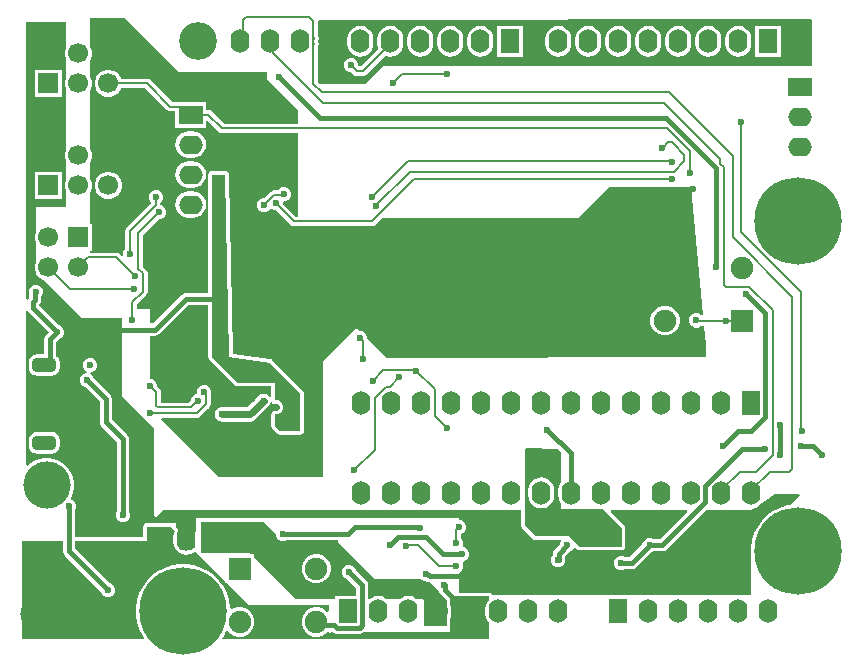
<source format=gbl>
G04*
G04 #@! TF.GenerationSoftware,Altium Limited,Altium Designer,22.11.1 (43)*
G04*
G04 Layer_Physical_Order=2*
G04 Layer_Color=16711680*
%FSLAX44Y44*%
%MOMM*%
G71*
G04*
G04 #@! TF.SameCoordinates,2AA7A9AF-3E7F-4844-AC60-F76D4B8FDDD6*
G04*
G04*
G04 #@! TF.FilePolarity,Positive*
G04*
G01*
G75*
%ADD10C,0.2000*%
%ADD12C,0.4000*%
%ADD14C,0.2540*%
%ADD58C,1.9000*%
%ADD59R,1.9000X1.9000*%
%ADD72C,0.6000*%
%ADD74C,3.2000*%
%ADD75C,1.7000*%
%ADD76R,1.7000X1.7000*%
%ADD77O,1.6000X2.0000*%
%ADD78R,1.6000X2.0000*%
%ADD79R,2.0000X1.6000*%
%ADD80O,2.0000X1.6000*%
%ADD81C,4.0000*%
%ADD82C,7.4000*%
G04:AMPARAMS|DCode=83|XSize=2mm|YSize=1.2mm|CornerRadius=0.36mm|HoleSize=0mm|Usage=FLASHONLY|Rotation=0.000|XOffset=0mm|YOffset=0mm|HoleType=Round|Shape=RoundedRectangle|*
%AMROUNDEDRECTD83*
21,1,2.0000,0.4800,0,0,0.0*
21,1,1.2800,1.2000,0,0,0.0*
1,1,0.7200,0.6400,-0.2400*
1,1,0.7200,-0.6400,-0.2400*
1,1,0.7200,-0.6400,0.2400*
1,1,0.7200,0.6400,0.2400*
%
%ADD83ROUNDEDRECTD83*%
%ADD84C,0.6000*%
G36*
X672000Y526101D02*
Y487000D01*
X309000D01*
X294000Y472000D01*
X255768D01*
X254078Y473689D01*
Y503659D01*
X254269Y504739D01*
X254291Y504865D01*
X254384Y506000D01*
X254384D01*
X254359Y506123D01*
X254108Y507384D01*
Y508616D01*
X254384Y510000D01*
X254384D01*
X254291Y511135D01*
D01*
X254274Y511225D01*
X254078Y512206D01*
Y524700D01*
X254078Y524700D01*
X254072Y524730D01*
X254806Y526000D01*
X257000D01*
X671101Y526998D01*
X672000Y526101D01*
D02*
G37*
G36*
X136000Y482000D02*
X211000D01*
Y476000D01*
X237000Y450000D01*
Y438418D01*
X174409D01*
X163944Y448884D01*
X162621Y449768D01*
X161060Y450078D01*
X161060Y450078D01*
X159000D01*
Y457000D01*
X133000D01*
Y456808D01*
X130619D01*
X112104Y475324D01*
X110781Y476208D01*
X109220Y476518D01*
X109220Y476518D01*
X87013D01*
X86916Y476879D01*
X85402Y479501D01*
X83261Y481642D01*
X80639Y483156D01*
X77714Y483940D01*
X74686D01*
X71761Y483156D01*
X69139Y481642D01*
X66998Y479501D01*
X65484Y476879D01*
X64700Y473954D01*
Y470926D01*
X65484Y468001D01*
X66998Y465379D01*
X69139Y463238D01*
X71761Y461724D01*
X74686Y460940D01*
X77714D01*
X80639Y461724D01*
X83261Y463238D01*
X85402Y465379D01*
X86916Y468001D01*
X87013Y468362D01*
X107531D01*
X126046Y449846D01*
X127369Y448962D01*
X128930Y448652D01*
X133000D01*
Y435000D01*
X159000D01*
Y440496D01*
X160270Y441022D01*
X169836Y431456D01*
X169836Y431456D01*
X171159Y430572D01*
X172720Y430262D01*
X172720Y430262D01*
X237000D01*
Y359678D01*
X235369D01*
X224468Y370579D01*
Y372005D01*
X224773Y372460D01*
X225932D01*
X228137Y373373D01*
X229825Y375061D01*
X230739Y377267D01*
Y379654D01*
X229825Y381859D01*
X228137Y383547D01*
X225932Y384460D01*
X223545D01*
X221340Y383547D01*
X219792Y381998D01*
X216710D01*
X215149Y381688D01*
X213826Y380804D01*
X213826Y380804D01*
X208512Y375490D01*
X207087D01*
X204881Y374576D01*
X203193Y372889D01*
X202280Y370684D01*
Y368297D01*
X203193Y366091D01*
X204881Y364403D01*
X207087Y363490D01*
X209473D01*
X211679Y364403D01*
X213367Y366091D01*
X214482Y366313D01*
X215070Y365725D01*
X217275Y364812D01*
X218701D01*
X230796Y352716D01*
X230796Y352716D01*
X232119Y351832D01*
X233680Y351522D01*
X233680Y351522D01*
X299720D01*
X299720Y351522D01*
X301281Y351832D01*
X302604Y352716D01*
X307888Y358000D01*
X474000D01*
X501000Y385000D01*
X570000D01*
X579731Y276336D01*
X579576Y276166D01*
X578171Y276004D01*
X577449Y276726D01*
X575243Y277640D01*
X572856D01*
X570651Y276726D01*
X568964Y275039D01*
X568050Y272833D01*
Y270446D01*
X568964Y268241D01*
X570651Y266553D01*
X572856Y265640D01*
X575243D01*
X577449Y266553D01*
X578137Y267242D01*
X580546D01*
X582000Y251000D01*
Y241000D01*
X312000Y240000D01*
X295560Y256440D01*
Y257733D01*
X294647Y259939D01*
X292959Y261627D01*
X290753Y262540D01*
X289460D01*
X286500Y265500D01*
X258000Y237000D01*
Y139000D01*
X170000D01*
X121212Y187788D01*
X121698Y188962D01*
X151053D01*
X151053Y188962D01*
X152613Y189272D01*
X153937Y190156D01*
X160254Y196473D01*
X160254Y196474D01*
X160336Y196596D01*
X161686Y197946D01*
X161686Y197946D01*
X162570Y199270D01*
X162880Y200830D01*
X162880Y200830D01*
Y208179D01*
X163480Y209627D01*
Y212013D01*
X162567Y214219D01*
X160879Y215907D01*
X158673Y216820D01*
X156286D01*
X154081Y215907D01*
X152393Y214219D01*
X151480Y212013D01*
Y209627D01*
X150371Y208986D01*
X149133Y208473D01*
X147446Y206785D01*
X146532Y204580D01*
Y204048D01*
X144682Y202198D01*
X120918D01*
Y210820D01*
X120918Y210820D01*
X120608Y212381D01*
X119724Y213704D01*
X119724Y213704D01*
X117760Y215668D01*
Y217094D01*
X116847Y219299D01*
X115159Y220987D01*
X112954Y221900D01*
X112000D01*
Y258902D01*
X116000D01*
X117951Y259290D01*
X119605Y260395D01*
X144129Y284919D01*
X160941D01*
Y241000D01*
X161174Y239829D01*
X161837Y238837D01*
X183837Y216837D01*
X184830Y216174D01*
X186000Y215941D01*
X186000Y215941D01*
X214271D01*
Y207877D01*
X213009Y207107D01*
X212857Y207169D01*
X212430Y207595D01*
X212096Y208096D01*
X211595Y208431D01*
X211169Y208857D01*
X210612Y209087D01*
X210111Y209422D01*
X209520Y209539D01*
X208964Y209770D01*
X208361D01*
X207770Y209888D01*
X207179Y209770D01*
X206576D01*
X206020Y209539D01*
X205429Y209422D01*
X204928Y209087D01*
X204371Y208857D01*
X203945Y208431D01*
X203444Y208096D01*
X193690Y198341D01*
X172347D01*
X171756Y198224D01*
X171154D01*
X170597Y197993D01*
X170006Y197876D01*
X169505Y197541D01*
X168948Y197310D01*
X168522Y196884D01*
X168021Y196549D01*
X167687Y196049D01*
X167260Y195623D01*
X167030Y195066D01*
X166695Y194565D01*
X166578Y193974D01*
X166347Y193417D01*
Y192815D01*
X166229Y192224D01*
X166347Y191633D01*
Y191030D01*
X166578Y190474D01*
X166695Y189883D01*
X167030Y189382D01*
X167260Y188825D01*
X167687Y188399D01*
X168021Y187898D01*
X168522Y187563D01*
X168948Y187137D01*
X169505Y186907D01*
X170006Y186572D01*
X170597Y186454D01*
X171154Y186224D01*
X171756D01*
X172347Y186106D01*
X196224D01*
X198565Y186572D01*
X200550Y187898D01*
X212096Y199444D01*
X212430Y199945D01*
X212857Y200371D01*
X213087Y200928D01*
X213422Y201429D01*
X213540Y202020D01*
X213562Y202074D01*
X214943Y202292D01*
X215167Y201957D01*
X216159Y201294D01*
X217330Y201061D01*
X219025D01*
X220106Y200613D01*
X220933Y199786D01*
X221381Y198705D01*
Y197535D01*
X220933Y196454D01*
X220106Y195627D01*
X219025Y195179D01*
X217330D01*
X216159Y194946D01*
X215167Y194283D01*
X214504Y193291D01*
X214271Y192120D01*
Y182670D01*
X214504Y181500D01*
X215167Y180507D01*
X215167Y180507D01*
X219837Y175837D01*
X220830Y175174D01*
X222000Y174941D01*
X222000Y174941D01*
X239000D01*
X240170Y175174D01*
X241163Y175837D01*
X241826Y176829D01*
X242059Y178000D01*
Y210000D01*
X242059Y210000D01*
X241826Y211171D01*
X241163Y212163D01*
X215123Y238203D01*
X214798Y238420D01*
X214506Y238680D01*
X214306Y238749D01*
X214130Y238866D01*
X213747Y238942D01*
X213378Y239070D01*
X181483Y243469D01*
X178549Y395059D01*
X178427Y395613D01*
X178316Y396171D01*
X178300Y396196D01*
X178293Y396225D01*
X177969Y396690D01*
X177653Y397163D01*
X177628Y397180D01*
X177611Y397204D01*
X177133Y397510D01*
X176661Y397826D01*
X176631Y397832D01*
X176606Y397848D01*
X176047Y397948D01*
X175490Y398059D01*
X164000D01*
X162829Y397826D01*
X161837Y397163D01*
X161174Y396171D01*
X160941Y395000D01*
X160941Y295115D01*
X142017D01*
X140066Y294727D01*
X138412Y293622D01*
X113888Y269098D01*
X112000D01*
Y281000D01*
X100598D01*
Y285331D01*
X108434Y293166D01*
X108434Y293166D01*
X109318Y294489D01*
X109628Y296050D01*
Y311640D01*
X109628Y311640D01*
X109318Y313201D01*
X108434Y314524D01*
X108434Y314524D01*
X105678Y317280D01*
Y343751D01*
X119148Y357220D01*
X120574D01*
X122779Y358133D01*
X124467Y359821D01*
X125380Y362026D01*
Y364413D01*
X124467Y366619D01*
X122779Y368307D01*
X120574Y369220D01*
X120481D01*
Y371076D01*
X121927Y372521D01*
X122840Y374726D01*
Y377113D01*
X121927Y379319D01*
X120239Y381007D01*
X118034Y381920D01*
X115646D01*
X113441Y381007D01*
X111753Y379319D01*
X110840Y377113D01*
Y374726D01*
X111753Y372521D01*
X112240Y372034D01*
Y370715D01*
X91911Y350385D01*
X91026Y349062D01*
X90716Y347501D01*
X90716Y347501D01*
Y332517D01*
X89708Y331509D01*
X88794Y329304D01*
Y327093D01*
X88326Y326738D01*
X87621Y326470D01*
X86087Y328004D01*
X84764Y328888D01*
X83203Y329198D01*
X83203Y329198D01*
X61000D01*
Y330500D01*
X62300D01*
Y353500D01*
X61000D01*
Y380747D01*
X61516Y381641D01*
X62300Y384566D01*
Y387594D01*
X61516Y390519D01*
X61000Y391413D01*
Y406147D01*
X61516Y407041D01*
X62300Y409966D01*
Y412994D01*
X61516Y415919D01*
X61000Y416813D01*
Y467107D01*
X61516Y468001D01*
X62300Y470926D01*
Y473954D01*
X61516Y476879D01*
X61000Y477773D01*
Y492507D01*
X61516Y493401D01*
X62300Y496326D01*
Y499354D01*
X61516Y502279D01*
X61000Y503173D01*
Y528000D01*
X90000D01*
X136000Y482000D01*
D02*
G37*
G36*
X40760Y523000D02*
Y503450D01*
X40084Y502279D01*
X39300Y499354D01*
Y496326D01*
X40084Y493401D01*
X40760Y492230D01*
Y478050D01*
X40084Y476879D01*
X39300Y473954D01*
Y470926D01*
X40084Y468001D01*
X40760Y466830D01*
Y417090D01*
X40084Y415919D01*
X39300Y412994D01*
Y409966D01*
X40084Y407041D01*
X40760Y405870D01*
Y391690D01*
X40084Y390519D01*
X39300Y387594D01*
Y384566D01*
X40084Y381641D01*
X40760Y380470D01*
Y368000D01*
X14760D01*
Y346571D01*
X14684Y346439D01*
X13900Y343514D01*
Y340486D01*
X14684Y337561D01*
X14760Y337429D01*
Y321171D01*
X14684Y321039D01*
X13900Y318114D01*
Y315086D01*
X14684Y312161D01*
X16198Y309539D01*
X18339Y307398D01*
X20961Y305884D01*
X22211Y305549D01*
X53760Y274000D01*
X87760D01*
Y208000D01*
X114760Y181000D01*
Y107000D01*
X116760Y105000D01*
X122760Y111000D01*
X425941D01*
Y98000D01*
X426174Y96829D01*
X426837Y95837D01*
X426837Y95837D01*
X435837Y86837D01*
X436829Y86174D01*
X438000Y85941D01*
X438000Y85941D01*
X459337D01*
X459823Y84768D01*
X459733Y84679D01*
X458831Y82501D01*
X454257Y77927D01*
X453152Y76273D01*
X452764Y74322D01*
Y72629D01*
X452113Y71979D01*
X451200Y69774D01*
Y67386D01*
X452113Y65181D01*
X453801Y63493D01*
X456007Y62580D01*
X458394D01*
X460599Y63493D01*
X462287Y65181D01*
X463200Y67386D01*
Y69774D01*
X462960Y70353D01*
Y72210D01*
X466041Y75291D01*
X468219Y76193D01*
X469907Y77881D01*
X470315Y78866D01*
X471560Y79114D01*
X472837Y77837D01*
X473829Y77174D01*
X475000Y76941D01*
X475000Y76941D01*
X511000D01*
X512170Y77174D01*
X513163Y77837D01*
X513826Y78829D01*
X514059Y80000D01*
Y96216D01*
X514059Y96216D01*
X513826Y97387D01*
X513163Y98379D01*
X501716Y109827D01*
X502202Y111000D01*
X566131D01*
X566617Y109827D01*
X543168Y86378D01*
X537911D01*
X535733Y87280D01*
X533346D01*
X531141Y86367D01*
X529453Y84679D01*
X528551Y82501D01*
X517188Y71138D01*
X513911D01*
X511734Y72040D01*
X509347D01*
X507141Y71127D01*
X505453Y69439D01*
X504540Y67234D01*
Y64847D01*
X505453Y62641D01*
X507141Y60953D01*
X509347Y60040D01*
X511734D01*
X513911Y60942D01*
X519300D01*
X521251Y61330D01*
X522905Y62435D01*
X535761Y75291D01*
X537911Y76182D01*
X545280D01*
X547231Y76570D01*
X548885Y77675D01*
X582210Y111000D01*
X620760D01*
X623802Y113129D01*
X626198Y114122D01*
X628495Y115885D01*
X629374Y117029D01*
X640760Y125000D01*
X661065D01*
X661573Y123836D01*
X654030Y115690D01*
X651033Y115215D01*
X645045Y113270D01*
X639435Y110411D01*
X634342Y106710D01*
X629890Y102258D01*
X626189Y97165D01*
X623330Y91555D01*
X621385Y85567D01*
X620400Y79348D01*
Y73052D01*
X620760Y70778D01*
Y39000D01*
X401860D01*
X401826Y39170D01*
X401163Y40163D01*
X400171Y40826D01*
X399000Y41059D01*
X373000D01*
Y58071D01*
X374286Y58603D01*
X375974Y60291D01*
X376887Y62497D01*
Y64883D01*
X376263Y66390D01*
X377062Y67660D01*
X377113D01*
X379319Y68573D01*
X381007Y70261D01*
X381920Y72467D01*
Y74854D01*
X381007Y77059D01*
X379319Y78747D01*
X377287Y79588D01*
X376898Y79941D01*
X376380Y80716D01*
X376840Y81826D01*
Y84213D01*
X375927Y86419D01*
X374918Y87427D01*
Y90663D01*
X376779Y91433D01*
X378467Y93121D01*
X379380Y95326D01*
Y97713D01*
X378467Y99919D01*
X376779Y101607D01*
X374574Y102520D01*
X373000D01*
Y104000D01*
X208296D01*
X208000Y104059D01*
X208000Y104059D01*
X155000D01*
X154705Y104000D01*
X150760D01*
X150047Y80548D01*
X149746Y79313D01*
X149353Y79235D01*
X148954Y79209D01*
X148773Y79120D01*
X148575Y79080D01*
X148243Y78858D01*
X147884Y78681D01*
X146405Y77547D01*
X139087Y77071D01*
X138235Y77423D01*
X136576Y78696D01*
X135760Y79760D01*
Y85000D01*
X134204Y86556D01*
Y88160D01*
X134503Y90433D01*
X135300Y92356D01*
X135532Y93526D01*
X135300Y94697D01*
X134636Y95689D01*
X133760Y96566D01*
Y100000D01*
X129295D01*
X129000Y100059D01*
X129000Y100059D01*
X109000Y100059D01*
X107830Y99826D01*
X106837Y99163D01*
X106174Y98170D01*
X105941Y97000D01*
Y89850D01*
X105745Y88360D01*
Y88059D01*
X48278D01*
Y110929D01*
X49180Y113106D01*
Y115493D01*
X48267Y117699D01*
X46579Y119387D01*
X45155Y119976D01*
X44879Y120380D01*
X44539Y121458D01*
X44545Y121499D01*
X46116Y125291D01*
X47000Y129735D01*
Y134265D01*
X46116Y138709D01*
X44382Y142895D01*
X41865Y146662D01*
X38662Y149865D01*
X34895Y152382D01*
X30709Y154116D01*
X26265Y155000D01*
X21735D01*
X17291Y154116D01*
X13105Y152382D01*
X9338Y149865D01*
X7933Y148460D01*
X6760Y148946D01*
Y279491D01*
X7936Y279946D01*
X8030Y279929D01*
X9095Y278335D01*
X25810Y261620D01*
X23520Y259330D01*
X22415Y257676D01*
X22027Y255725D01*
Y243057D01*
X15595D01*
X13872Y242830D01*
X12266Y242165D01*
X10888Y241107D01*
X9830Y239729D01*
X9165Y238123D01*
X8938Y236400D01*
Y231600D01*
X9165Y229877D01*
X9830Y228272D01*
X10888Y226893D01*
X12266Y225835D01*
X13872Y225170D01*
X15595Y224943D01*
X28395D01*
X30118Y225170D01*
X31723Y225835D01*
X33102Y226893D01*
X34160Y228272D01*
X34825Y229877D01*
X35052Y231600D01*
Y236400D01*
X34825Y238123D01*
X34160Y239729D01*
X33102Y241107D01*
X32223Y241782D01*
Y253613D01*
X34241Y255631D01*
X36419Y256533D01*
X38107Y258221D01*
X39020Y260427D01*
Y262813D01*
X38107Y265019D01*
X36419Y266707D01*
X34241Y267609D01*
X17798Y284052D01*
Y285240D01*
X18143Y285585D01*
X19248Y287239D01*
X19636Y289190D01*
Y292151D01*
X20087Y292601D01*
X21000Y294806D01*
Y297194D01*
X20087Y299399D01*
X18399Y301087D01*
X16193Y302000D01*
X13807D01*
X11601Y301087D01*
X9913Y299399D01*
X9000Y297194D01*
Y294806D01*
X9440Y293744D01*
Y291302D01*
X9095Y290957D01*
X8030Y289363D01*
X7936Y289346D01*
X6760Y289801D01*
Y524000D01*
X40346D01*
X40760Y523000D01*
D02*
G37*
G36*
X178475Y240797D02*
X212960Y236040D01*
X239000Y210000D01*
Y178000D01*
X222000D01*
X217330Y182670D01*
Y192120D01*
X219634D01*
X221839Y193033D01*
X223527Y194721D01*
X224440Y196926D01*
Y199314D01*
X223527Y201519D01*
X221839Y203207D01*
X219634Y204120D01*
X217330D01*
Y219000D01*
X186000D01*
X164000Y241000D01*
X164000Y395000D01*
X175490D01*
X178475Y240797D01*
D02*
G37*
G36*
X457000Y163000D02*
X460000Y160000D01*
Y135048D01*
X458642Y133278D01*
X457533Y130602D01*
X457155Y127730D01*
Y123730D01*
X457533Y120858D01*
X458642Y118182D01*
X460000Y116412D01*
Y112000D01*
X495216D01*
X511000Y96216D01*
Y80000D01*
X475000D01*
X466000Y89000D01*
X438000D01*
X429000Y98000D01*
Y162222D01*
X430140Y163472D01*
X457000Y163000D01*
D02*
G37*
G36*
X129000Y97000D02*
X132474Y93526D01*
X131523Y91232D01*
X131145Y88360D01*
Y84360D01*
X131523Y81488D01*
X132632Y78812D01*
X134395Y76515D01*
X136692Y74752D01*
X139368Y73643D01*
X142240Y73265D01*
X145112Y73643D01*
X147788Y74752D01*
X149746Y76254D01*
X175000Y51000D01*
Y49000D01*
X177000D01*
X195000Y31000D01*
X263000Y31000D01*
Y25474D01*
X261730Y24948D01*
X260175Y26502D01*
X257325Y28148D01*
X254146Y29000D01*
X250854D01*
X247675Y28148D01*
X244825Y26502D01*
X242498Y24175D01*
X240852Y21325D01*
X240000Y18146D01*
Y14854D01*
X240852Y11675D01*
X242498Y8825D01*
X244825Y6497D01*
X247675Y4852D01*
X250854Y4000D01*
X254146D01*
X257325Y4852D01*
X260175Y6497D01*
X261730Y8052D01*
X263000Y7526D01*
Y6000D01*
X265000Y8000D01*
X265934D01*
X266138Y7795D01*
X267792Y6690D01*
X269743Y6302D01*
X289057D01*
X291008Y6690D01*
X292662Y7795D01*
X292866Y8000D01*
X366000D01*
Y19763D01*
X366317Y20528D01*
X366695Y23400D01*
Y27400D01*
X366317Y30272D01*
X366000Y31037D01*
Y37044D01*
X366758Y38000D01*
X399000D01*
Y35587D01*
X398555Y35245D01*
X396791Y32947D01*
X395683Y30272D01*
X395305Y27400D01*
Y23400D01*
X395683Y20528D01*
X396791Y17852D01*
X398555Y15555D01*
X399000Y15213D01*
Y2000D01*
X173540D01*
X172964Y3132D01*
X173911Y4435D01*
X176093Y8718D01*
X177493Y8824D01*
X177547Y8775D01*
X179825Y6497D01*
X182675Y4852D01*
X185854Y4000D01*
X189146D01*
X192325Y4852D01*
X195175Y6497D01*
X197502Y8825D01*
X199148Y11675D01*
X200000Y14854D01*
Y18146D01*
X199148Y21325D01*
X197502Y24175D01*
X195175Y26502D01*
X192325Y28148D01*
X189146Y29000D01*
X185854D01*
X182675Y28148D01*
X180970Y27164D01*
X179700Y27897D01*
Y28548D01*
X178715Y34767D01*
X176770Y40755D01*
X173911Y46365D01*
X170210Y51458D01*
X165758Y55910D01*
X160665Y59611D01*
X155055Y62470D01*
X149067Y64415D01*
X142848Y65400D01*
X136552D01*
X130333Y64415D01*
X124345Y62470D01*
X118735Y59611D01*
X113642Y55910D01*
X109190Y51458D01*
X105489Y46365D01*
X102631Y40755D01*
X100685Y34767D01*
X99700Y28548D01*
Y22252D01*
X100685Y16033D01*
X102631Y10045D01*
X105489Y4435D01*
X106436Y3132D01*
X105860Y2000D01*
X3000D01*
Y85000D01*
X38082D01*
Y76200D01*
X38470Y74249D01*
X39575Y72595D01*
X70211Y41959D01*
X71113Y39781D01*
X72801Y38093D01*
X75006Y37180D01*
X77393D01*
X79599Y38093D01*
X81287Y39781D01*
X82200Y41986D01*
Y44373D01*
X81287Y46579D01*
X79599Y48267D01*
X77421Y49169D01*
X48278Y78312D01*
Y85000D01*
X109000D01*
Y97000D01*
X129000Y97000D01*
D02*
G37*
G36*
X218000Y91000D02*
Y89806D01*
X218913Y87601D01*
X220601Y85913D01*
X222806Y85000D01*
X225194D01*
X227371Y85902D01*
X271000D01*
Y84000D01*
X302000Y53000D01*
X341375D01*
X342041Y52333D01*
X344246Y51420D01*
X344772D01*
X344796Y51395D01*
X346450Y50290D01*
X348401Y49902D01*
X349098D01*
X356129Y42871D01*
X356353Y41744D01*
X357458Y40090D01*
X362941Y34607D01*
Y31037D01*
X363174Y29866D01*
X363337Y29473D01*
X363636Y27199D01*
Y23600D01*
X363337Y21327D01*
X363174Y20934D01*
X362941Y19763D01*
Y13000D01*
X344000D01*
Y35000D01*
X343000Y36000D01*
X337062D01*
X335747Y37009D01*
X333072Y38117D01*
X330200Y38495D01*
X327328Y38117D01*
X324652Y37009D01*
X323338Y36000D01*
X311662D01*
X310347Y37009D01*
X307672Y38117D01*
X304800Y38495D01*
X301928Y38117D01*
X299252Y37009D01*
X297938Y36000D01*
X296498D01*
Y47600D01*
X296110Y49551D01*
X295005Y51205D01*
X285989Y60221D01*
X285087Y62399D01*
X283399Y64087D01*
X281194Y65000D01*
X278806D01*
X276601Y64087D01*
X274913Y62399D01*
X274000Y60194D01*
Y57807D01*
X274913Y55601D01*
X276601Y53913D01*
X278779Y53011D01*
X286302Y45488D01*
Y38400D01*
X268400D01*
Y36000D01*
X235000D01*
X200000Y71000D01*
Y74000D01*
X197000D01*
X196000Y75000D01*
X155326D01*
X155000Y75326D01*
Y101000D01*
X208000D01*
X218000Y91000D01*
D02*
G37*
%LPC*%
G36*
X646000Y521000D02*
X624000D01*
Y495000D01*
X646000D01*
Y521000D01*
D02*
G37*
G36*
X427560D02*
X405560D01*
Y495000D01*
X427560D01*
Y521000D01*
D02*
G37*
G36*
X609600Y521095D02*
X606728Y520717D01*
X604053Y519608D01*
X601755Y517845D01*
X599991Y515547D01*
X598883Y512872D01*
X598505Y510000D01*
Y506000D01*
X598883Y503128D01*
X599991Y500452D01*
X601755Y498155D01*
X604053Y496391D01*
X606728Y495283D01*
X609600Y494905D01*
X612472Y495283D01*
X615148Y496391D01*
X617445Y498155D01*
X619208Y500452D01*
X620317Y503128D01*
X620695Y506000D01*
Y510000D01*
X620317Y512872D01*
X619208Y515547D01*
X617445Y517845D01*
X615148Y519608D01*
X612472Y520717D01*
X609600Y521095D01*
D02*
G37*
G36*
X584200D02*
X581328Y520717D01*
X578652Y519608D01*
X576355Y517845D01*
X574591Y515547D01*
X573483Y512872D01*
X573105Y510000D01*
Y506000D01*
X573483Y503128D01*
X574591Y500452D01*
X576355Y498155D01*
X578652Y496391D01*
X581328Y495283D01*
X584200Y494905D01*
X587072Y495283D01*
X589748Y496391D01*
X592045Y498155D01*
X593809Y500452D01*
X594917Y503128D01*
X595295Y506000D01*
Y510000D01*
X594917Y512872D01*
X593809Y515547D01*
X592045Y517845D01*
X589748Y519608D01*
X587072Y520717D01*
X584200Y521095D01*
D02*
G37*
G36*
X558800D02*
X555928Y520717D01*
X553252Y519608D01*
X550955Y517845D01*
X549192Y515547D01*
X548083Y512872D01*
X547705Y510000D01*
Y506000D01*
X548083Y503128D01*
X549192Y500452D01*
X550955Y498155D01*
X553252Y496391D01*
X555928Y495283D01*
X558800Y494905D01*
X561672Y495283D01*
X564347Y496391D01*
X566645Y498155D01*
X568409Y500452D01*
X569517Y503128D01*
X569895Y506000D01*
Y510000D01*
X569517Y512872D01*
X568409Y515547D01*
X566645Y517845D01*
X564347Y519608D01*
X561672Y520717D01*
X558800Y521095D01*
D02*
G37*
G36*
X533400D02*
X530528Y520717D01*
X527853Y519608D01*
X525555Y517845D01*
X523792Y515547D01*
X522683Y512872D01*
X522305Y510000D01*
Y506000D01*
X522683Y503128D01*
X523792Y500452D01*
X525555Y498155D01*
X527853Y496391D01*
X530528Y495283D01*
X533400Y494905D01*
X536272Y495283D01*
X538947Y496391D01*
X541245Y498155D01*
X543008Y500452D01*
X544117Y503128D01*
X544495Y506000D01*
Y510000D01*
X544117Y512872D01*
X543008Y515547D01*
X541245Y517845D01*
X538947Y519608D01*
X536272Y520717D01*
X533400Y521095D01*
D02*
G37*
G36*
X508000D02*
X505128Y520717D01*
X502453Y519608D01*
X500155Y517845D01*
X498391Y515547D01*
X497283Y512872D01*
X496905Y510000D01*
Y506000D01*
X497283Y503128D01*
X498391Y500452D01*
X500155Y498155D01*
X502453Y496391D01*
X505128Y495283D01*
X508000Y494905D01*
X510872Y495283D01*
X513548Y496391D01*
X515845Y498155D01*
X517608Y500452D01*
X518717Y503128D01*
X519095Y506000D01*
Y510000D01*
X518717Y512872D01*
X517608Y515547D01*
X515845Y517845D01*
X513548Y519608D01*
X510872Y520717D01*
X508000Y521095D01*
D02*
G37*
G36*
X482600D02*
X479728Y520717D01*
X477052Y519608D01*
X474755Y517845D01*
X472991Y515547D01*
X471883Y512872D01*
X471505Y510000D01*
Y506000D01*
X471883Y503128D01*
X472991Y500452D01*
X474755Y498155D01*
X477052Y496391D01*
X479728Y495283D01*
X482600Y494905D01*
X485472Y495283D01*
X488148Y496391D01*
X490445Y498155D01*
X492209Y500452D01*
X493317Y503128D01*
X493695Y506000D01*
Y510000D01*
X493317Y512872D01*
X492209Y515547D01*
X490445Y517845D01*
X488148Y519608D01*
X485472Y520717D01*
X482600Y521095D01*
D02*
G37*
G36*
X457200D02*
X454328Y520717D01*
X451652Y519608D01*
X449355Y517845D01*
X447592Y515547D01*
X446483Y512872D01*
X446105Y510000D01*
Y506000D01*
X446483Y503128D01*
X447592Y500452D01*
X449355Y498155D01*
X451652Y496391D01*
X454328Y495283D01*
X457200Y494905D01*
X460072Y495283D01*
X462747Y496391D01*
X465045Y498155D01*
X466809Y500452D01*
X467917Y503128D01*
X468295Y506000D01*
Y510000D01*
X467917Y512872D01*
X466809Y515547D01*
X465045Y517845D01*
X462747Y519608D01*
X460072Y520717D01*
X457200Y521095D01*
D02*
G37*
G36*
X391160D02*
X388288Y520717D01*
X385612Y519608D01*
X383315Y517845D01*
X381552Y515547D01*
X380443Y512872D01*
X380065Y510000D01*
Y506000D01*
X380443Y503128D01*
X381552Y500452D01*
X383315Y498155D01*
X385612Y496391D01*
X388288Y495283D01*
X391160Y494905D01*
X394032Y495283D01*
X396707Y496391D01*
X399005Y498155D01*
X400769Y500452D01*
X401877Y503128D01*
X402255Y506000D01*
Y510000D01*
X401877Y512872D01*
X400769Y515547D01*
X399005Y517845D01*
X396707Y519608D01*
X394032Y520717D01*
X391160Y521095D01*
D02*
G37*
G36*
X365760D02*
X362888Y520717D01*
X360213Y519608D01*
X357915Y517845D01*
X356152Y515547D01*
X355043Y512872D01*
X354665Y510000D01*
Y506000D01*
X355043Y503128D01*
X356152Y500452D01*
X357915Y498155D01*
X360213Y496391D01*
X362888Y495283D01*
X365760Y494905D01*
X368632Y495283D01*
X371307Y496391D01*
X373605Y498155D01*
X375368Y500452D01*
X376477Y503128D01*
X376855Y506000D01*
Y510000D01*
X376477Y512872D01*
X375368Y515547D01*
X373605Y517845D01*
X371307Y519608D01*
X368632Y520717D01*
X365760Y521095D01*
D02*
G37*
G36*
X340360D02*
X337488Y520717D01*
X334813Y519608D01*
X332515Y517845D01*
X330751Y515547D01*
X329643Y512872D01*
X329265Y510000D01*
Y506000D01*
X329643Y503128D01*
X330751Y500452D01*
X332515Y498155D01*
X334813Y496391D01*
X337488Y495283D01*
X340360Y494905D01*
X343232Y495283D01*
X345908Y496391D01*
X348205Y498155D01*
X349968Y500452D01*
X351077Y503128D01*
X351455Y506000D01*
Y510000D01*
X351077Y512872D01*
X349968Y515547D01*
X348205Y517845D01*
X345908Y519608D01*
X343232Y520717D01*
X340360Y521095D01*
D02*
G37*
G36*
X314960D02*
X312088Y520717D01*
X309412Y519608D01*
X307115Y517845D01*
X305352Y515547D01*
X304243Y512872D01*
X303865Y510000D01*
Y506000D01*
X304243Y503128D01*
X304852Y501659D01*
X289947Y486755D01*
X288633D01*
X287940Y487448D01*
Y488873D01*
X287027Y491079D01*
X285339Y492767D01*
X283134Y493680D01*
X280746D01*
X278541Y492767D01*
X276853Y491079D01*
X275940Y488873D01*
Y486487D01*
X276853Y484281D01*
X278541Y482593D01*
X280746Y481680D01*
X282172D01*
X284136Y479716D01*
X284136Y479716D01*
X285459Y478832D01*
X287020Y478522D01*
X287020Y478522D01*
X291560D01*
X291560Y478522D01*
X293121Y478832D01*
X294444Y479716D01*
X310619Y495892D01*
X312088Y495283D01*
X314960Y494905D01*
X317832Y495283D01*
X320508Y496391D01*
X322805Y498155D01*
X324568Y500452D01*
X325677Y503128D01*
X326055Y506000D01*
Y510000D01*
X325677Y512872D01*
X324568Y515547D01*
X322805Y517845D01*
X320508Y519608D01*
X317832Y520717D01*
X314960Y521095D01*
D02*
G37*
G36*
X289560D02*
X286688Y520717D01*
X284013Y519608D01*
X281715Y517845D01*
X279951Y515547D01*
X278843Y512872D01*
X278465Y510000D01*
Y506000D01*
X278843Y503128D01*
X279951Y500452D01*
X281715Y498155D01*
X284013Y496391D01*
X286688Y495283D01*
X289560Y494905D01*
X292432Y495283D01*
X295107Y496391D01*
X297405Y498155D01*
X299168Y500452D01*
X300277Y503128D01*
X300655Y506000D01*
Y510000D01*
X300277Y512872D01*
X299168Y515547D01*
X297405Y517845D01*
X295107Y519608D01*
X292432Y520717D01*
X289560Y521095D01*
D02*
G37*
G36*
X148000Y431695D02*
X144000D01*
X141128Y431317D01*
X138453Y430209D01*
X136155Y428445D01*
X134391Y426147D01*
X133283Y423472D01*
X132905Y420600D01*
X133283Y417728D01*
X134391Y415053D01*
X136155Y412755D01*
X138453Y410992D01*
X141128Y409883D01*
X144000Y409505D01*
X148000D01*
X150872Y409883D01*
X153547Y410992D01*
X155845Y412755D01*
X157608Y415053D01*
X158717Y417728D01*
X159095Y420600D01*
X158717Y423472D01*
X157608Y426147D01*
X155845Y428445D01*
X153547Y430209D01*
X150872Y431317D01*
X148000Y431695D01*
D02*
G37*
G36*
Y406295D02*
X144000D01*
X141128Y405917D01*
X138453Y404809D01*
X136155Y403045D01*
X134391Y400747D01*
X133283Y398072D01*
X132905Y395200D01*
X133283Y392328D01*
X134391Y389653D01*
X136155Y387355D01*
X138453Y385592D01*
X141128Y384483D01*
X144000Y384105D01*
X148000D01*
X150872Y384483D01*
X153547Y385592D01*
X155845Y387355D01*
X157608Y389653D01*
X158717Y392328D01*
X159095Y395200D01*
X158717Y398072D01*
X157608Y400747D01*
X155845Y403045D01*
X153547Y404809D01*
X150872Y405917D01*
X148000Y406295D01*
D02*
G37*
G36*
X77714Y397580D02*
X74686D01*
X71761Y396796D01*
X69139Y395282D01*
X66998Y393141D01*
X65484Y390519D01*
X64700Y387594D01*
Y384566D01*
X65484Y381641D01*
X66998Y379019D01*
X69139Y376878D01*
X71761Y375364D01*
X74686Y374580D01*
X77714D01*
X80639Y375364D01*
X83261Y376878D01*
X85402Y379019D01*
X86916Y381641D01*
X87700Y384566D01*
Y387594D01*
X86916Y390519D01*
X85402Y393141D01*
X83261Y395282D01*
X80639Y396796D01*
X77714Y397580D01*
D02*
G37*
G36*
X148000Y380895D02*
X144000D01*
X141128Y380517D01*
X138453Y379408D01*
X136155Y377645D01*
X134391Y375347D01*
X133283Y372672D01*
X132905Y369800D01*
X133283Y366928D01*
X134391Y364253D01*
X136155Y361955D01*
X138453Y360191D01*
X141128Y359083D01*
X144000Y358705D01*
X148000D01*
X150872Y359083D01*
X153547Y360191D01*
X155845Y361955D01*
X157608Y364253D01*
X158717Y366928D01*
X159095Y369800D01*
X158717Y372672D01*
X157608Y375347D01*
X155845Y377645D01*
X153547Y379408D01*
X150872Y380517D01*
X148000Y380895D01*
D02*
G37*
G36*
X549146Y284000D02*
X545854D01*
X542675Y283148D01*
X539825Y281502D01*
X537498Y279175D01*
X535852Y276325D01*
X535000Y273146D01*
Y269854D01*
X535852Y266675D01*
X537498Y263825D01*
X539825Y261497D01*
X542675Y259852D01*
X545854Y259000D01*
X549146D01*
X552325Y259852D01*
X555175Y261497D01*
X557503Y263825D01*
X559148Y266675D01*
X560000Y269854D01*
Y273146D01*
X559148Y276325D01*
X557503Y279175D01*
X555175Y281502D01*
X552325Y283148D01*
X549146Y284000D01*
D02*
G37*
G36*
X36900Y483940D02*
X13900D01*
Y460940D01*
X36900D01*
Y483940D01*
D02*
G37*
G36*
Y397580D02*
X13900D01*
Y374580D01*
X36900D01*
Y397580D01*
D02*
G37*
G36*
X28395Y177057D02*
X15595D01*
X13872Y176830D01*
X12266Y176165D01*
X10888Y175107D01*
X9830Y173729D01*
X9165Y172123D01*
X8938Y170400D01*
Y165600D01*
X9165Y163877D01*
X9830Y162271D01*
X10888Y160893D01*
X12266Y159835D01*
X13872Y159170D01*
X15595Y158943D01*
X28395D01*
X30118Y159170D01*
X31723Y159835D01*
X33102Y160893D01*
X34160Y162271D01*
X34825Y163877D01*
X35052Y165600D01*
Y170400D01*
X34825Y172123D01*
X34160Y173729D01*
X33102Y175107D01*
X31723Y176165D01*
X30118Y176830D01*
X28395Y177057D01*
D02*
G37*
G36*
X62154Y239680D02*
X59767D01*
X57561Y238767D01*
X55873Y237079D01*
X54960Y234874D01*
Y232486D01*
X55873Y230281D01*
X57561Y228593D01*
X58390Y228250D01*
X58138Y226980D01*
X57227D01*
X55021Y226067D01*
X53333Y224379D01*
X52420Y222174D01*
Y219786D01*
X53333Y217581D01*
X55021Y215893D01*
X57199Y214991D01*
X68902Y203288D01*
Y186000D01*
X69290Y184049D01*
X70395Y182395D01*
X83802Y168988D01*
Y110051D01*
X82900Y107873D01*
Y105486D01*
X83813Y103281D01*
X85501Y101593D01*
X87706Y100680D01*
X90093D01*
X92299Y101593D01*
X93987Y103281D01*
X94900Y105486D01*
Y107873D01*
X93998Y110051D01*
Y171100D01*
X93610Y173051D01*
X92505Y174705D01*
X79098Y188112D01*
Y205400D01*
X78710Y207351D01*
X77605Y209005D01*
X64409Y222201D01*
X63507Y224379D01*
X61819Y226067D01*
X60989Y226410D01*
X61242Y227680D01*
X62154D01*
X64359Y228593D01*
X66047Y230281D01*
X66960Y232486D01*
Y234874D01*
X66047Y237079D01*
X64359Y238767D01*
X62154Y239680D01*
D02*
G37*
G36*
X442850Y138825D02*
X439978Y138447D01*
X437303Y137338D01*
X435005Y135575D01*
X433242Y133278D01*
X432133Y130602D01*
X431755Y127730D01*
Y123730D01*
X432133Y120858D01*
X433242Y118182D01*
X435005Y115885D01*
X437303Y114122D01*
X439978Y113013D01*
X442850Y112635D01*
X445722Y113013D01*
X448397Y114122D01*
X450695Y115885D01*
X452458Y118182D01*
X453567Y120858D01*
X453945Y123730D01*
Y127730D01*
X453567Y130602D01*
X452458Y133278D01*
X450695Y135575D01*
X448397Y137338D01*
X445722Y138447D01*
X442850Y138825D01*
D02*
G37*
G36*
X254146Y74000D02*
X250854D01*
X247675Y73148D01*
X244825Y71502D01*
X242498Y69175D01*
X240852Y66325D01*
X240000Y63146D01*
Y59854D01*
X240852Y56675D01*
X242498Y53825D01*
X244825Y51498D01*
X247675Y49852D01*
X250854Y49000D01*
X254146D01*
X257325Y49852D01*
X260175Y51498D01*
X262502Y53825D01*
X264148Y56675D01*
X265000Y59854D01*
Y63146D01*
X264148Y66325D01*
X262502Y69175D01*
X260175Y71502D01*
X257325Y73148D01*
X254146Y74000D01*
D02*
G37*
%LPD*%
D10*
X574370Y271320D02*
X598680D01*
X612000Y271000D02*
X612500Y271500D01*
X599000Y271000D02*
X612000D01*
X574050Y271640D02*
X574370Y271320D01*
X598680D02*
X599000Y271000D01*
X547000Y456000D02*
X594419Y408581D01*
X597400Y301758D02*
X598888Y300270D01*
X619137D01*
X597400Y301758D02*
Y401506D01*
X594419Y404487D02*
Y408581D01*
Y404487D02*
X597400Y401506D01*
X619137Y300270D02*
X638730Y280677D01*
X215935Y498064D02*
X258000Y456000D01*
X547000D01*
X215935Y498064D02*
Y505424D01*
X213360Y508000D02*
X215935Y505424D01*
X563945Y406400D02*
Y412159D01*
X568960Y396240D02*
Y415040D01*
X172720Y434340D02*
X549660D01*
X545762Y418000D02*
X550196Y422434D01*
X554975Y397430D02*
X563945Y406400D01*
X550196Y422434D02*
X553635D01*
X549660Y434340D02*
X568960Y415040D01*
X545000Y418000D02*
X545762D01*
X553635Y422434D02*
X555365Y420704D01*
X555400D01*
X563945Y412159D01*
X330200Y406400D02*
X553184D01*
X553791Y405793D01*
X638730Y157618D02*
Y280677D01*
X662940Y179116D02*
Y296060D01*
Y179116D02*
X663598Y178458D01*
X157480Y209884D02*
Y210820D01*
Y209884D02*
X158802Y208562D01*
Y200830D02*
Y208562D01*
X356500Y63500D02*
X370697D01*
X370840Y83020D02*
Y93980D01*
X328000Y81000D02*
X328280Y81280D01*
X338720D01*
X356500Y63500D01*
X612140Y346860D02*
X662940Y296060D01*
X612140Y346860D02*
Y439420D01*
X605000Y342060D02*
Y411000D01*
X551000Y465000D02*
X605000Y411000D01*
Y342060D02*
X655320Y291740D01*
Y146320D02*
Y291740D01*
X636595Y143675D02*
X652675D01*
X655320Y146320D01*
X620650Y127730D02*
X636595Y143675D01*
X257000Y465000D02*
X551000D01*
X250000Y472000D02*
X257000Y465000D01*
X250000Y472000D02*
Y505178D01*
X250030Y506000D02*
Y510000D01*
X250000Y510822D02*
Y524700D01*
X249256Y525444D02*
X250000Y524700D01*
X246380Y528320D02*
X249256Y525444D01*
X151638Y203386D02*
X152532D01*
X157370Y199357D02*
Y199398D01*
X158802Y200830D01*
X151053Y193040D02*
X157370Y199357D01*
X118328Y198120D02*
X146372D01*
X151638Y203386D01*
X111760Y193040D02*
X151053D01*
X624479Y143367D02*
X638730Y157618D01*
X610887Y143367D02*
X624479D01*
X161060Y446000D02*
X172720Y434340D01*
X146000Y446000D02*
X161060D01*
X595250Y127730D02*
X610887Y143367D01*
X94795Y347501D02*
X116403Y369110D01*
Y375483D01*
X116840Y375920D01*
X94795Y328110D02*
Y347501D01*
X101600Y315590D02*
Y345440D01*
X119380Y363220D01*
X101600Y315590D02*
X105550Y311640D01*
X83203Y325120D02*
X99280Y309043D01*
X59320Y325120D02*
X83203D01*
X105550Y296050D02*
Y311640D01*
X96520Y271780D02*
Y287020D01*
X105550Y296050D01*
X44091Y297909D02*
X98331D01*
X25400Y316600D02*
X44091Y297909D01*
X370840Y93980D02*
X373380Y96520D01*
X116840Y199608D02*
Y210820D01*
Y199608D02*
X118328Y198120D01*
X111760Y215900D02*
X116840Y210820D01*
X289560Y256540D02*
X292100Y254000D01*
Y238760D02*
Y254000D01*
X216710Y377920D02*
X224198D01*
X224739Y378460D01*
X208280Y369490D02*
X216710Y377920D01*
X233680Y355600D02*
X299720D01*
X218468Y370812D02*
X233680Y355600D01*
X50800Y316600D02*
X59320Y325120D01*
X281940Y487680D02*
X287020Y482600D01*
X291560D01*
X314960Y506000D01*
Y508000D01*
X190500Y525780D02*
X193040Y528320D01*
X190500Y510540D02*
Y525780D01*
X187960Y508000D02*
X190500Y510540D01*
X76200Y472440D02*
X109220D01*
X128930Y452730D02*
X139270D01*
X109220Y472440D02*
X128930Y452730D01*
X139270D02*
X146000Y446000D01*
X331390Y397430D02*
X554975D01*
X299720Y375920D02*
X330200Y406400D01*
X193040Y528320D02*
X246380D01*
X299720Y355600D02*
X335280Y391160D01*
X553720D01*
X303298Y369338D02*
X331390Y397430D01*
X303298Y368765D02*
Y369338D01*
X595250Y125730D02*
Y127730D01*
X325120Y480060D02*
X363220D01*
X317500Y472440D02*
X325120Y480060D01*
X620650Y125730D02*
Y127730D01*
X352520Y191040D02*
X363220Y180340D01*
X352520Y191040D02*
Y213900D01*
X337174Y229247D02*
X352520Y213900D01*
X300075Y220625D02*
X309239Y229790D01*
X336630D01*
X337174Y229247D01*
X314788Y215728D02*
X322580Y223520D01*
X301720Y205738D02*
X311710Y215728D01*
X314788D01*
X301720Y162020D02*
Y205738D01*
X284480Y144780D02*
X301720Y162020D01*
D12*
X448063Y179317D02*
X448063D01*
X468250Y159130D01*
X609678Y177878D02*
X620255D01*
X581850Y131850D02*
X612560Y162560D01*
X596900Y165100D02*
X609678Y177878D01*
X620255D02*
X632650Y190273D01*
Y277890D01*
X581850Y117850D02*
Y131850D01*
X612560Y162560D02*
X632460D01*
X534540Y81280D02*
X545280D01*
X581850Y117850D01*
X468250Y125730D02*
Y159130D01*
X280000Y59000D02*
X291400Y47600D01*
Y13743D02*
Y47600D01*
X289057Y11400D02*
X291400Y13743D01*
X269743Y11400D02*
X289057D01*
X267513Y13630D02*
X269743Y11400D01*
X255370Y13630D02*
X267513D01*
X252500Y16500D02*
X255370Y13630D01*
X616540Y294000D02*
X632650Y277890D01*
X591130Y317000D02*
Y400323D01*
X662940Y165100D02*
X673100D01*
X680720Y157480D01*
X645000Y157821D02*
X645080Y157901D01*
Y182800D02*
X645160Y182880D01*
X645080Y157901D02*
Y182800D01*
X236681Y461819D02*
Y461819D01*
X255500Y443000D02*
X548453D01*
X236681Y461819D02*
X255500Y443000D01*
X220980Y477520D02*
X236681Y461819D01*
X548453Y443000D02*
X591130Y400323D01*
X76200Y264160D02*
X76360Y264000D01*
X116000D01*
X142017Y290017D02*
X168785D01*
X116000Y264000D02*
X142017Y290017D01*
X457200Y68580D02*
X457862Y69242D01*
Y74322D01*
X510540Y66040D02*
X519300D01*
X345140Y88000D02*
X359481Y73660D01*
X375920D01*
X348401Y55000D02*
X375209D01*
X360680Y48000D02*
X361063Y47617D01*
X345981Y57420D02*
X348401Y55000D01*
X345440Y57420D02*
X345981D01*
X361063Y43695D02*
X371578Y33180D01*
X361063Y43695D02*
Y47617D01*
X321680Y88000D02*
X345140D01*
X314960Y81280D02*
X321680Y88000D01*
X14538Y295538D02*
X15000Y296000D01*
X12700Y281940D02*
Y287352D01*
X14538Y289190D02*
Y295538D01*
X12700Y287352D02*
X14538Y289190D01*
X88900Y106680D02*
Y171100D01*
X74000Y186000D02*
X88900Y171100D01*
X58420Y220980D02*
X74000Y205400D01*
Y186000D02*
Y205400D01*
X339000Y97000D02*
X340000Y96000D01*
X284968Y97000D02*
X339000D01*
X224000Y91000D02*
X278968D01*
X284968Y97000D01*
X519300Y66040D02*
X534540Y81280D01*
X457862Y74322D02*
X464820Y81280D01*
X43180Y76200D02*
X76200Y43180D01*
X43180Y76200D02*
Y114300D01*
X27125Y238553D02*
Y255725D01*
X33020Y261620D01*
X21995Y234000D02*
X22572D01*
X27125Y238553D01*
X12700Y281940D02*
X33020Y261620D01*
D14*
X250000Y505178D02*
G03*
X250030Y506000I-11240J822D01*
G01*
Y510000D02*
G03*
X250000Y510822I-11270J0D01*
G01*
D58*
X612500Y316500D02*
D03*
X547500D02*
D03*
Y271500D02*
D03*
X252500Y61500D02*
D03*
Y16500D02*
D03*
X187500D02*
D03*
D59*
X612500Y271500D02*
D03*
X187500Y61500D02*
D03*
D72*
X172347Y192224D02*
X196224D01*
X207770Y203770D01*
D74*
X152400Y508000D02*
D03*
D75*
X76200Y497840D02*
D03*
X50800D02*
D03*
X25400D02*
D03*
X76200Y472440D02*
D03*
X50800D02*
D03*
Y386080D02*
D03*
X76200D02*
D03*
X25400Y411480D02*
D03*
X50800D02*
D03*
X76200D02*
D03*
X25400Y342000D02*
D03*
X50800Y316600D02*
D03*
X25400D02*
D03*
D76*
Y472440D02*
D03*
Y386080D02*
D03*
X50800Y342000D02*
D03*
D77*
X533400Y25400D02*
D03*
X635000D02*
D03*
X609600D02*
D03*
X584200D02*
D03*
X558800D02*
D03*
X142240Y86360D02*
D03*
X116840D02*
D03*
X330200Y25400D02*
D03*
X355600D02*
D03*
X381000D02*
D03*
X406400D02*
D03*
X431800D02*
D03*
X457200D02*
D03*
X304800D02*
D03*
X609600Y508000D02*
D03*
X457200D02*
D03*
X482600D02*
D03*
X508000D02*
D03*
X533400D02*
D03*
X558800D02*
D03*
X584200D02*
D03*
X391160D02*
D03*
X187960D02*
D03*
X213360D02*
D03*
X238760D02*
D03*
X264160D02*
D03*
X289560D02*
D03*
X314960D02*
D03*
X340360D02*
D03*
X365760D02*
D03*
X290450Y125730D02*
D03*
X315850D02*
D03*
X341250D02*
D03*
X366650D02*
D03*
X392050D02*
D03*
X417450D02*
D03*
X442850D02*
D03*
X468250D02*
D03*
X493650D02*
D03*
X519050D02*
D03*
X544450D02*
D03*
X569850D02*
D03*
X595250D02*
D03*
X620650D02*
D03*
X290450Y201930D02*
D03*
X315850D02*
D03*
X341250D02*
D03*
X366650D02*
D03*
X392050D02*
D03*
X417450D02*
D03*
X442850D02*
D03*
X468250D02*
D03*
X493650D02*
D03*
X519050D02*
D03*
X544450D02*
D03*
X569850D02*
D03*
X595250D02*
D03*
D78*
X508000Y25400D02*
D03*
X167640Y86360D02*
D03*
X279400Y25400D02*
D03*
X635000Y508000D02*
D03*
X416560D02*
D03*
X620650Y201930D02*
D03*
D79*
X662000Y469000D02*
D03*
X146000Y446000D02*
D03*
D80*
X662000Y418200D02*
D03*
Y443600D02*
D03*
X146000Y420600D02*
D03*
Y369800D02*
D03*
Y395200D02*
D03*
D81*
X22000Y23000D02*
D03*
X24000Y132000D02*
D03*
D82*
X139700Y25400D02*
D03*
X660400Y76200D02*
D03*
Y355600D02*
D03*
D83*
X21995Y168000D02*
D03*
Y234000D02*
D03*
D84*
X68580Y520700D02*
D03*
X144000Y172000D02*
D03*
X145000Y180000D02*
D03*
X155000Y164000D02*
D03*
X154000Y179000D02*
D03*
X166000Y153000D02*
D03*
X167000Y173000D02*
D03*
X470000Y345000D02*
D03*
X520000Y490000D02*
D03*
Y497000D02*
D03*
X470000Y354000D02*
D03*
X571000Y383000D02*
D03*
X648000Y122000D02*
D03*
X448063Y179317D02*
D03*
X599000Y271000D02*
D03*
X616540Y294000D02*
D03*
X591130Y317000D02*
D03*
X553791Y405793D02*
D03*
X663598Y178458D02*
D03*
X182447Y426618D02*
D03*
X172347Y192224D02*
D03*
X172720Y201040D02*
D03*
X157480Y210820D02*
D03*
X168785Y290017D02*
D03*
X210820Y147320D02*
D03*
X198120Y205500D02*
D03*
X457200Y68580D02*
D03*
X505460Y86500D02*
D03*
X510540Y66040D02*
D03*
X370840Y83020D02*
D03*
X370887Y63690D02*
D03*
X360680Y48000D02*
D03*
X328000Y81000D02*
D03*
X378000Y54000D02*
D03*
X15000Y296000D02*
D03*
X224000Y91000D02*
D03*
X567000Y375000D02*
D03*
X662940Y165100D02*
D03*
X95000Y498000D02*
D03*
X545000Y418000D02*
D03*
X363220Y180340D02*
D03*
X568960Y396240D02*
D03*
X203000Y427500D02*
D03*
X263000Y490000D02*
D03*
X183500Y310000D02*
D03*
X184760Y286068D02*
D03*
X229000Y188000D02*
D03*
X152532Y203386D02*
D03*
X280000Y59000D02*
D03*
X340000Y96000D02*
D03*
X207770Y203770D02*
D03*
X218440Y198120D02*
D03*
X205740Y345440D02*
D03*
X645000Y157821D02*
D03*
X632460Y162560D02*
D03*
X645160Y182880D02*
D03*
X464820Y81280D02*
D03*
X314960D02*
D03*
X220980Y477520D02*
D03*
X200660Y447040D02*
D03*
X434340Y271780D02*
D03*
X477520Y254000D02*
D03*
X43180Y114300D02*
D03*
X149860Y274320D02*
D03*
X208280Y468080D02*
D03*
X680720Y157480D02*
D03*
X534540Y81280D02*
D03*
X375920Y73660D02*
D03*
X180340Y165100D02*
D03*
X76200Y43180D02*
D03*
X73660Y441960D02*
D03*
X33020Y261620D02*
D03*
X170488Y391169D02*
D03*
X76200Y264160D02*
D03*
X345440Y57420D02*
D03*
X500380Y43180D02*
D03*
X480060D02*
D03*
X642620Y116840D02*
D03*
X574050Y271640D02*
D03*
X94795Y328110D02*
D03*
X116840Y375920D02*
D03*
X96520Y271780D02*
D03*
X119380Y363220D02*
D03*
X98331Y297909D02*
D03*
X99280Y309043D02*
D03*
X373380Y96520D02*
D03*
X441875Y158986D02*
D03*
X393700Y33020D02*
D03*
X88900Y106680D02*
D03*
X58420Y220980D02*
D03*
X60960Y233680D02*
D03*
X111760Y193040D02*
D03*
Y215900D02*
D03*
X292100Y238760D02*
D03*
X289560Y256540D02*
D03*
X224739Y378460D02*
D03*
X218468Y370812D02*
D03*
X208280Y369490D02*
D03*
X612140Y439420D02*
D03*
X281940Y487680D02*
D03*
X596900Y165100D02*
D03*
X553720Y391160D02*
D03*
X303298Y368765D02*
D03*
X299720Y375920D02*
D03*
X317500Y472440D02*
D03*
X363220Y480060D02*
D03*
X300075Y220625D02*
D03*
X322580Y223520D02*
D03*
X337174Y229247D02*
D03*
X284480Y144780D02*
D03*
M02*

</source>
